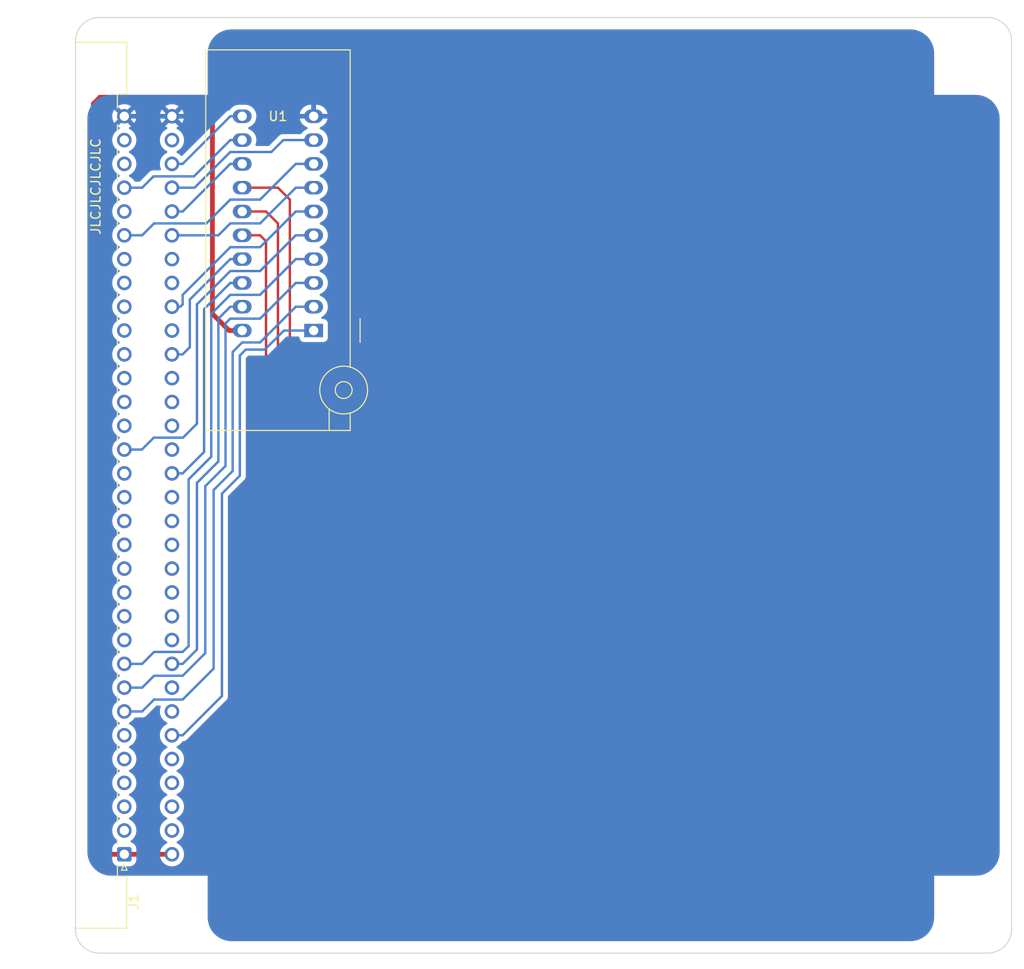
<source format=kicad_pcb>
(kicad_pcb (version 20221018) (generator pcbnew)
  (title_block (title "Minimalist Europe Card Bus (MECB) Board Template") (date "2023-01") (rev "1.1") (company "DigicoolThings.com") (comment 1 "For Minimalist Europe Card Bus (MECB).") (comment 2 "U1 PLD positioning provides for ZIF socket, otherwise change footprint to standard DIP 20.") (comment 3 "Includes a standardised 3 chip-select output PLD Address Decoder. ") (comment 4 "Schematic & standardised PCB outline Templates for creating MECB boards."))
  (layers (0 "F.Cu" signal) (31 "B.Cu" signal) (34 "B.Paste" user) (35 "F.Paste" user) (36 "B.SilkS" user "B.Silkscreen") (37 "F.SilkS" user "F.Silkscreen") (38 "B.Mask" user) (39 "F.Mask" user) (44 "Edge.Cuts" user))
  (net 0 "")
  (net 1 "GND")
  (net 2 "+5V")
  (net 3 "ECB_RESET")
  (net 4 "ECB_MREQ")
  (net 5 "ECB_CLK")
  (net 6 "/ECB_D5")
  (net 7 "/ECB_D6")
  (net 8 "ECB_RD")
  (net 9 "ECB_WR")
  (net 10 "ECB_INT")
  (net 11 "/ECB_D3")
  (net 12 "/ECB_D4")
  (net 13 "/ECB_A2")
  (net 14 "/ECB_A4")
  (net 15 "/ECB_A5")
  (net 16 "/ECB_A6")
  (net 17 "/ECB_A14")
  (net 18 "/ECB_A13")
  (net 19 "/ECB_A9")
  (net 20 "ECB_IORQ")
  (net 21 "/ECB_D0")
  (net 22 "/ECB_D7")
  (net 23 "/ECB_D2")
  (net 24 "/ECB_A0")
  (net 25 "/ECB_A3")
  (net 26 "/ECB_A1")
  (net 27 "/ECB_A8")
  (net 28 "/ECB_A7")
  (net 29 "CS0")
  (net 30 "CS1")
  (net 31 "CS2")
  (net 32 "/ECB_D1")
  (net 50 "/ECB_A11")
  (net 52 "/ECB_A10")
  (net 53 "ECB_NMI")
  (net 60 "/ECB_A12")
  (net 62 "/ECB_A15")
  (footprint "MountingHole:MountingHole_3.2mm_M3" (layer "F.Cu") (at 192.532 50.419)
    (fp_text reference "H1" hide)
    (fp_text value "MountingHole")
    (pad "" np_thru_hole circle (at 0 0) (size 3.2 3.2) (drill 3.2) (layers "*.Cu" "*.Mask"))
  )
  (footprint "MountingHole:MountingHole_3.2mm_M3" (layer "F.Cu") (at 192.532 142.621)
    (fp_text reference "H2" hide)
    (fp_text value "MountingHole")
    (pad "" np_thru_hole circle (at 0 0) (size 3.2 3.2) (drill 3.2) (layers "*.Cu" "*.Mask"))
  )
  (footprint "Socket:DIP_Socket-20_W4.3_W5.08_W7.62_W10.16_W10.9_3M_220-3342-00-0602J" (layer "F.Cu") (at 121.92 80.01 180)
    (fp_text reference "U1" (at 3.81 22.86) (layer "F.SilkS"))
    (fp_text value "ATF16V8")
    (fp_line (start -4.95 1.27) (end -4.95 -1.27) (stroke (width 0.12)) (layer "F.SilkS"))
    (fp_line (start -3.89 -10.66) (end -3.89 -8.8) (stroke (width 0.12)) (layer "F.SilkS"))
    (fp_line (start -3.89 -3.9) (end -3.89 29.94) (stroke (width 0.12)) (layer "F.SilkS"))
    (fp_line (start -3.89 29.94) (end 11.51 29.94) (stroke (width 0.12)) (layer "F.SilkS"))
    (fp_line (start -1.65 -10.66) (end -1.65 -8.4) (stroke (width 0.12)) (layer "F.SilkS"))
    (fp_line (start 11.51 -10.66) (end -3.89 -10.66) (stroke (width 0.12)) (layer "F.SilkS"))
    (fp_line (start 11.51 29.94) (end 11.51 -10.66) (stroke (width 0.12)) (layer "F.SilkS"))
    (fp_circle (center -3.2 -6.35) (end -2.3 -6.35) (stroke (width 0.12)) (fill none) (layer "F.SilkS"))
    (fp_circle (center -3.2 -6.35) (end -0.65 -6.35) (stroke (width 0.12)) (fill none) (layer "F.SilkS"))
    (pad "1" thru_hole rect (at 0 0 180) (size 2 1.44) (drill 1) (layers "*.Cu" "*.Mask") (net 25 "/ECB_A3"))
    (pad "2" thru_hole oval (at 0 2.54 180) (size 2 1.44) (drill 1) (layers "*.Cu" "*.Mask") (net 14 "/ECB_A4"))
    (pad "3" thru_hole oval (at 0 5.08 180) (size 2 1.44) (drill 1) (layers "*.Cu" "*.Mask") (net 15 "/ECB_A5"))
    (pad "4" thru_hole oval (at 0 7.62 180) (size 2 1.44) (drill 1) (layers "*.Cu" "*.Mask") (net 16 "/ECB_A6"))
    (pad "5" thru_hole oval (at 0 10.16 180) (size 2 1.44) (drill 1) (layers "*.Cu" "*.Mask") (net 17 "/ECB_A14"))
    (pad "6" thru_hole oval (at 0 12.7 180) (size 2 1.44) (drill 1) (layers "*.Cu" "*.Mask") (net 8 "ECB_RD"))
    (pad "7" thru_hole oval (at 0 15.24 180) (size 2 1.44) (drill 1) (layers "*.Cu" "*.Mask") (net 60 "/ECB_A12"))
    (pad "8" thru_hole oval (at 0 17.78 180) (size 2 1.44) (drill 1) (layers "*.Cu" "*.Mask") (net 20 "ECB_IORQ"))
    (pad "9" thru_hole oval (at 0 20.32 180) (size 2 1.44) (drill 1) (layers "*.Cu" "*.Mask") (net 5 "ECB_CLK"))
    (pad "10" thru_hole oval (at 0 22.86 180) (size 2 1.44) (drill 1) (layers "*.Cu" "*.Mask") (net 1 "GND"))
    (pad "11" thru_hole oval (at 7.62 22.86 180) (size 2 1.44) (drill 1) (layers "*.Cu" "*.Mask") (net 4 "ECB_MREQ"))
    (pad "12" thru_hole oval (at 7.62 20.32 180) (size 2 1.44) (drill 1) (layers "*.Cu" "*.Mask") (net 18 "/ECB_A13"))
    (pad "13" thru_hole oval (at 7.62 17.78 180) (size 2 1.44) (drill 1) (layers "*.Cu" "*.Mask") (net 62 "/ECB_A15"))
    (pad "14" thru_hole oval (at 7.62 15.24 180) (size 2 1.44) (drill 1) (layers "*.Cu" "*.Mask") (net 29 "CS0"))
    (pad "15" thru_hole oval (at 7.62 12.7 180) (size 2 1.44) (drill 1) (layers "*.Cu" "*.Mask") (net 30 "CS1"))
    (pad "16" thru_hole oval (at 7.62 10.16 180) (size 2 1.44) (drill 1) (layers "*.Cu" "*.Mask") (net 31 "CS2"))
    (pad "17" thru_hole oval (at 7.62 7.62 180) (size 2 1.44) (drill 1) (layers "*.Cu" "*.Mask") (net 9 "ECB_WR"))
    (pad "18" thru_hole oval (at 7.62 5.08 180) (size 2 1.44) (drill 1) (layers "*.Cu" "*.Mask") (net 50 "/ECB_A11"))
    (pad "19" thru_hole oval (at 7.62 2.54 180) (size 2 1.44) (drill 1) (layers "*.Cu" "*.Mask") (net 28 "/ECB_A7"))
    (pad "20" thru_hole oval (at 7.62 0 180) (size 2 1.44) (drill 1) (layers "*.Cu" "*.Mask") (net 2 "+5V"))
  )
  (footprint "MountingHole:MountingHole_3.2mm_M3" (layer "F.Cu") (at 106.172 50.419)
    (fp_text reference "H3" hide)
    (fp_text value "MountingHole")
    (pad "" np_thru_hole circle (at 0 0) (size 3.2 3.2) (drill 3.2) (layers "*.Cu" "*.Mask"))
  )
  (footprint "MountingHole:MountingHole_3.2mm_M3" (layer "F.Cu") (at 106.172 142.621)
    (fp_text reference "H4" hide)
    (fp_text value "MountingHole")
    (pad "" np_thru_hole circle (at 0 0) (size 3.2 3.2) (drill 3.2) (layers "*.Cu" "*.Mask"))
  )
  (footprint "MyCustomFootprintLibrary:DIN41612_C_2x32_C64AC_Male_Horizontal_THT" (layer "F.Cu") (at 101.727 135.89 90)
    (fp_text reference "J1" (at -5.08 1 90) (layer "F.SilkS"))
    (fp_text value "MECB_64AC")
    (fp_line (start -7.89 -5.3) (end -7.89 0.26) (stroke (width 0.12)) (layer "F.SilkS"))
    (fp_line (start -7.89 0.26) (end -2.37 0.26) (stroke (width 0.12)) (layer "F.SilkS"))
    (fp_line (start -2.371 -0.74) (end -1.095 -0.74) (stroke (width 0.12)) (layer "F.SilkS"))
    (fp_line (start -2.37 0.26) (end -2.37 -0.74) (stroke (width 0.12)) (layer "F.SilkS"))
    (fp_line (start -1.695 -0.3) (end -1.695 0.3) (stroke (width 0.12)) (layer "F.SilkS"))
    (fp_line (start -1.695 0.3) (end -1.095 0) (stroke (width 0.12)) (layer "F.SilkS"))
    (fp_line (start -1.095 0) (end -1.695 -0.3) (stroke (width 0.12)) (layer "F.SilkS"))
    (fp_line (start 1.095 -0.74) (end 1.671 -0.74) (stroke (width 0.12)) (layer "F.SilkS"))
    (fp_line (start 3.41 -0.74) (end 4.211 -0.74) (stroke (width 0.12)) (layer "F.SilkS"))
    (fp_line (start 5.95 -0.74) (end 6.751 -0.74) (stroke (width 0.12)) (layer "F.SilkS"))
    (fp_line (start 8.49 -0.74) (end 9.291 -0.74) (stroke (width 0.12)) (layer "F.SilkS"))
    (fp_line (start 11.03 -0.74) (end 11.831 -0.74) (stroke (width 0.12)) (layer "F.SilkS"))
    (fp_line (start 13.57 -0.74) (end 14.371 -0.74) (stroke (width 0.12)) (layer "F.SilkS"))
    (fp_line (start 16.11 -0.74) (end 16.911 -0.74) (stroke (width 0.12)) (layer "F.SilkS"))
    (fp_line (start 18.65 -0.74) (end 19.451 -0.74) (stroke (width 0.12)) (layer "F.SilkS"))
    (fp_line (start 21.19 -0.74) (end 21.991 -0.74) (stroke (width 0.12)) (layer "F.SilkS"))
    (fp_line (start 23.73 -0.74) (end 24.531 -0.74) (stroke (width 0.12)) (layer "F.SilkS"))
    (fp_line (start 26.27 -0.74) (end 27.071 -0.74) (stroke (width 0.12)) (layer "F.SilkS"))
    (fp_line (start 28.81 -0.74) (end 29.611 -0.74) (stroke (width 0.12)) (layer "F.SilkS"))
    (fp_line (start 31.35 -0.74) (end 32.151 -0.74) (stroke (width 0.12)) (layer "F.SilkS"))
    (fp_line (start 33.89 -0.74) (end 34.691 -0.74) (stroke (width 0.12)) (layer "F.SilkS"))
    (fp_line (start 36.43 -0.74) (end 37.231 -0.74) (stroke (width 0.12)) (layer "F.SilkS"))
    (fp_line (start 38.97 -0.74) (end 39.771 -0.74) (stroke (width 0.12)) (layer "F.SilkS"))
    (fp_line (start 41.51 -0.74) (end 42.311 -0.74) (stroke (width 0.12)) (layer "F.SilkS"))
    (fp_line (start 44.05 -0.74) (end 44.851 -0.74) (stroke (width 0.12)) (layer "F.SilkS"))
    (fp_line (start 46.59 -0.74) (end 47.391 -0.74) (stroke (width 0.12)) (layer "F.SilkS"))
    (fp_line (start 49.13 -0.74) (end 49.931 -0.74) (stroke (width 0.12)) (layer "F.SilkS"))
    (fp_line (start 51.67 -0.74) (end 52.471 -0.74) (stroke (width 0.12)) (layer "F.SilkS"))
    (fp_line (start 54.21 -0.74) (end 55.011 -0.74) (stroke (width 0.12)) (layer "F.SilkS"))
    (fp_line (start 56.75 -0.74) (end 57.551 -0.74) (stroke (width 0.12)) (layer "F.SilkS"))
    (fp_line (start 59.29 -0.74) (end 60.091 -0.74) (stroke (width 0.12)) (layer "F.SilkS"))
    (fp_line (start 61.83 -0.74) (end 62.631 -0.74) (stroke (width 0.12)) (layer "F.SilkS"))
    (fp_line (start 64.37 -0.74) (end 65.171 -0.74) (stroke (width 0.12)) (layer "F.SilkS"))
    (fp_line (start 66.91 -0.74) (end 67.711 -0.74) (stroke (width 0.12)) (layer "F.SilkS"))
    (fp_line (start 69.45 -0.74) (end 70.251 -0.74) (stroke (width 0.12)) (layer "F.SilkS"))
    (fp_line (start 71.99 -0.74) (end 72.791 -0.74) (stroke (width 0.12)) (layer "F.SilkS"))
    (fp_line (start 74.53 -0.74) (end 75.331 -0.74) (stroke (width 0.12)) (layer "F.SilkS"))
    (fp_line (start 77.07 -0.74) (end 77.871 -0.74) (stroke (width 0.12)) (layer "F.SilkS"))
    (fp_line (start 79.61 -0.74) (end 81.11 -0.74) (stroke (width 0.12)) (layer "F.SilkS"))
    (fp_line (start 81.11 0.26) (end 81.11 -0.74) (stroke (width 0.12)) (layer "F.SilkS"))
    (fp_line (start 86.63 -5.3) (end 86.63 0.26) (stroke (width 0.12)) (layer "F.SilkS"))
    (fp_line (start 86.63 0.26) (end 81.11 0.26) (stroke (width 0.12)) (layer "F.SilkS"))
    (pad "" np_thru_hole circle (at -5.08 -2.54 90) (size 2.85 2.85) (drill 2.85) (layers "*.Cu" "*.Mask"))
    (pad "" np_thru_hole circle (at 83.82 -2.54 90) (size 2.85 2.85) (drill 2.85) (layers "*.Cu" "*.Mask"))
    (pad "A1" thru_hole roundrect (at 0 0 90) (size 1.55 1.55) (drill 1) (layers "*.Cu" "*.Mask") (roundrect_rratio 0.161) (net 2 "+5V"))
    (pad "A2" thru_hole circle (at 2.54 0 90) (size 1.55 1.55) (drill 1) (layers "*.Cu" "*.Mask") (net 6 "/ECB_D5"))
    (pad "A3" thru_hole circle (at 5.08 0 90) (size 1.55 1.55) (drill 1) (layers "*.Cu" "*.Mask") (net 7 "/ECB_D6"))
    (pad "A4" thru_hole circle (at 7.62 0 90) (size 1.55 1.55) (drill 1) (layers "*.Cu" "*.Mask") (net 11 "/ECB_D3"))
    (pad "A5" thru_hole circle (at 10.16 0 90) (size 1.55 1.55) (drill 1) (layers "*.Cu" "*.Mask") (net 12 "/ECB_D4"))
    (pad "A6" thru_hole circle (at 12.7 0 90) (size 1.55 1.55) (drill 1) (layers "*.Cu" "*.Mask") (net 13 "/ECB_A2"))
    (pad "A7" thru_hole circle (at 15.24 0 90) (size 1.55 1.55) (drill 1) (layers "*.Cu" "*.Mask") (net 14 "/ECB_A4"))
    (pad "A8" thru_hole circle (at 17.78 0 90) (size 1.55 1.55) (drill 1) (layers "*.Cu" "*.Mask") (net 15 "/ECB_A5"))
    (pad "A9" thru_hole circle (at 20.32 0 90) (size 1.55 1.55) (drill 1) (layers "*.Cu" "*.Mask") (net 16 "/ECB_A6"))
    (pad "A10" thru_hole circle (at 22.86 0 90) (size 1.55 1.55) (drill 1) (layers "*.Cu" "*.Mask"))
    (pad "A11" thru_hole circle (at 25.4 0 90) (size 1.55 1.55) (drill 1) (layers "*.Cu" "*.Mask"))
    (pad "A12" thru_hole circle (at 27.94 0 90) (size 1.55 1.55) (drill 1) (layers "*.Cu" "*.Mask"))
    (pad "A13" thru_hole circle (at 30.48 0 90) (size 1.55 1.55) (drill 1) (layers "*.Cu" "*.Mask"))
    (pad "A14" thru_hole circle (at 33.02 0 90) (size 1.55 1.55) (drill 1) (layers "*.Cu" "*.Mask"))
    (pad "A15" thru_hole circle (at 35.56 0 90) (size 1.55 1.55) (drill 1) (layers "*.Cu" "*.Mask"))
    (pad "A16" thru_hole circle (at 38.1 0 90) (size 1.55 1.55) (drill 1) (layers "*.Cu" "*.Mask"))
    (pad "A17" thru_hole circle (at 40.64 0 90) (size 1.55 1.55) (drill 1) (layers "*.Cu" "*.Mask"))
    (pad "A18" thru_hole circle (at 43.18 0 90) (size 1.55 1.55) (drill 1) (layers "*.Cu" "*.Mask") (net 17 "/ECB_A14"))
    (pad "A19" thru_hole circle (at 45.72 0 90) (size 1.55 1.55) (drill 1) (layers "*.Cu" "*.Mask"))
    (pad "A20" thru_hole circle (at 48.26 0 90) (size 1.55 1.55) (drill 1) (layers "*.Cu" "*.Mask"))
    (pad "A21" thru_hole circle (at 50.8 0 90) (size 1.55 1.55) (drill 1) (layers "*.Cu" "*.Mask"))
    (pad "A22" thru_hole circle (at 53.34 0 90) (size 1.55 1.55) (drill 1) (layers "*.Cu" "*.Mask"))
    (pad "A23" thru_hole circle (at 55.88 0 90) (size 1.55 1.55) (drill 1) (layers "*.Cu" "*.Mask"))
    (pad "A24" thru_hole circle (at 58.42 0 90) (size 1.55 1.55) (drill 1) (layers "*.Cu" "*.Mask"))
    (pad "A25" thru_hole circle (at 60.96 0 90) (size 1.55 1.55) (drill 1) (layers "*.Cu" "*.Mask"))
    (pad "A26" thru_hole circle (at 63.5 0 90) (size 1.55 1.55) (drill 1) (layers "*.Cu" "*.Mask"))
    (pad "A27" thru_hole circle (at 66.04 0 90) (size 1.55 1.55) (drill 1) (layers "*.Cu" "*.Mask") (net 20 "ECB_IORQ"))
    (pad "A28" thru_hole circle (at 68.58 0 90) (size 1.55 1.55) (drill 1) (layers "*.Cu" "*.Mask"))
    (pad "A29" thru_hole circle (at 71.12 0 90) (size 1.55 1.55) (drill 1) (layers "*.Cu" "*.Mask") (net 18 "/ECB_A13"))
    (pad "A30" thru_hole circle (at 73.66 0 90) (size 1.55 1.55) (drill 1) (layers "*.Cu" "*.Mask") (net 19 "/ECB_A9"))
    (pad "A31" thru_hole circle (at 76.2 0 90) (size 1.55 1.55) (drill 1) (layers "*.Cu" "*.Mask"))
    (pad "A32" thru_hole circle (at 78.74 0 90) (size 1.55 1.55) (drill 1) (layers "*.Cu" "*.Mask") (net 1 "GND"))
    (pad "C1" thru_hole circle (at 0 5.08 90) (size 1.55 1.55) (drill 1) (layers "*.Cu" "*.Mask") (net 2 "+5V"))
    (pad "C2" thru_hole circle (at 2.54 5.08 90) (size 1.55 1.55) (drill 1) (layers "*.Cu" "*.Mask") (net 21 "/ECB_D0"))
    (pad "C3" thru_hole circle (at 5.08 5.08 90) (size 1.55 1.55) (drill 1) (layers "*.Cu" "*.Mask") (net 22 "/ECB_D7"))
    (pad "C4" thru_hole circle (at 7.62 5.08 90) (size 1.55 1.55) (drill 1) (layers "*.Cu" "*.Mask") (net 23 "/ECB_D2"))
    (pad "C5" thru_hole circle (at 10.16 5.08 90) (size 1.55 1.55) (drill 1) (layers "*.Cu" "*.Mask") (net 24 "/ECB_A0"))
    (pad "C6" thru_hole circle (at 12.7 5.08 90) (size 1.55 1.55) (drill 1) (layers "*.Cu" "*.Mask") (net 25 "/ECB_A3"))
    (pad "C7" thru_hole circle (at 15.24 5.08 90) (size 1.55 1.55) (drill 1) (layers "*.Cu" "*.Mask") (net 26 "/ECB_A1"))
    (pad "C8" thru_hole circle (at 17.78 5.08 90) (size 1.55 1.55) (drill 1) (layers "*.Cu" "*.Mask") (net 27 "/ECB_A8"))
    (pad "C9" thru_hole circle (at 20.32 5.08 90) (size 1.55 1.55) (drill 1) (layers "*.Cu" "*.Mask") (net 28 "/ECB_A7"))
    (pad "C10" thru_hole circle (at 22.86 5.08 90) (size 1.55 1.55) (drill 1) (layers "*.Cu" "*.Mask"))
    (pad "C11" thru_hole circle (at 25.4 5.08 90) (size 1.55 1.55) (drill 1) (layers "*.Cu" "*.Mask"))
    (pad "C12" thru_hole circle (at 27.94 5.08 90) (size 1.55 1.55) (drill 1) (layers "*.Cu" "*.Mask"))
    (pad "C13" thru_hole circle (at 30.48 5.08 90) (size 1.55 1.55) (drill 1) (layers "*.Cu" "*.Mask"))
    (pad "C14" thru_hole circle (at 33.02 5.08 90) (size 1.55 1.55) (drill 1) (layers "*.Cu" "*.Mask") (net 32 "/ECB_D1"))
    (pad "C15" thru_hole circle (at 35.56 5.08 90) (size 1.55 1.55) (drill 1) (layers "*.Cu" "*.Mask"))
    (pad "C16" thru_hole circle (at 38.1 5.08 90) (size 1.55 1.55) (drill 1) (layers "*.Cu" "*.Mask"))
    (pad "C17" thru_hole circle (at 40.64 5.08 90) (size 1.55 1.55) (drill 1) (layers "*.Cu" "*.Mask") (net 50 "/ECB_A11"))
    (pad "C18" thru_hole circle (at 43.18 5.08 90) (size 1.55 1.55) (drill 1) (layers "*.Cu" "*.Mask") (net 52 "/ECB_A10"))
    (pad "C19" thru_hole circle (at 45.72 5.08 90) (size 1.55 1.55) (drill 1) (layers "*.Cu" "*.Mask"))
    (pad "C20" thru_hole circle (at 48.26 5.08 90) (size 1.55 1.55) (drill 1) (layers "*.Cu" "*.Mask") (net 53 "ECB_NMI"))
    (pad "C21" thru_hole circle (at 50.8 5.08 90) (size 1.55 1.55) (drill 1) (layers "*.Cu" "*.Mask") (net 10 "ECB_INT"))
    (pad "C22" thru_hole circle (at 53.34 5.08 90) (size 1.55 1.55) (drill 1) (layers "*.Cu" "*.Mask") (net 9 "ECB_WR"))
    (pad "C23" thru_hole circle (at 55.88 5.08 90) (size 1.55 1.55) (drill 1) (layers "*.Cu" "*.Mask"))
    (pad "C24" thru_hole circle (at 58.42 5.08 90) (size 1.55 1.55) (drill 1) (layers "*.Cu" "*.Mask") (net 8 "ECB_RD"))
    (pad "C25" thru_hole circle (at 60.96 5.08 90) (size 1.55 1.55) (drill 1) (layers "*.Cu" "*.Mask"))
    (pad "C26" thru_hole circle (at 63.5 5.08 90) (size 1.55 1.55) (drill 1) (layers "*.Cu" "*.Mask"))
    (pad "C27" thru_hole circle (at 66.04 5.08 90) (size 1.55 1.55) (drill 1) (layers "*.Cu" "*.Mask") (net 60 "/ECB_A12"))
    (pad "C28" thru_hole circle (at 68.58 5.08 90) (size 1.55 1.55) (drill 1) (layers "*.Cu" "*.Mask") (net 62 "/ECB_A15"))
    (pad "C29" thru_hole circle (at 71.12 5.08 90) (size 1.55 1.55) (drill 1) (layers "*.Cu" "*.Mask") (net 5 "ECB_CLK"))
    (pad "C30" thru_hole circle (at 73.66 5.08 90) (size 1.55 1.55) (drill 1) (layers "*.Cu" "*.Mask") (net 4 "ECB_MREQ"))
    (pad "C31" thru_hole circle (at 76.2 5.08 90) (size 1.55 1.55) (drill 1) (layers "*.Cu" "*.Mask") (net 3 "ECB_RESET"))
    (pad "C32" thru_hole circle (at 78.74 5.08 90) (size 1.55 1.55) (drill 1) (layers "*.Cu" "*.Mask") (net 1 "GND"))
  )
  (gr_arc (start 196.342 143.891) (mid 195.598051 145.687051) (end 193.802 146.431) (stroke (width 0.1)) (layer "Edge.Cuts"))
  (gr_line (start 193.802 46.609) (end 99.06 46.609) (stroke (width 0.1)) (layer "Edge.Cuts"))
  (gr_arc (start 193.802 46.609) (mid 195.598051 47.352949) (end 196.342 49.149) (stroke (width 0.1)) (layer "Edge.Cuts"))
  (gr_line (start 196.342 143.891) (end 196.342 49.149) (stroke (width 0.1)) (layer "Edge.Cuts"))
  (gr_line (start 99.06 146.431) (end 193.802 146.431) (stroke (width 0.1)) (layer "Edge.Cuts"))
  (gr_arc (start 96.52 49.149) (mid 97.263949 47.352949) (end 99.06 46.609) (stroke (width 0.1)) (layer "Edge.Cuts"))
  (gr_line (start 96.52 49.149) (end 96.52 143.891) (stroke (width 0.1)) (layer "Edge.Cuts"))
  (gr_arc (start 99.06 146.431) (mid 97.263949 145.687051) (end 96.52 143.891) (stroke (width 0.1)) (layer "Edge.Cuts"))
  (gr_text "JLCJLCJLCJLC" (at 98.679 64.643 90) (layer "F.SilkS") (effects (font (size 1 1))))
  (segment (start 101.727 57.15) (end 106.807 57.15) (width 0.508) (layer "B.Cu") (net 1))
  (segment (start 121.92 55.245) (end 121.92 57.15) (width 0.508) (layer "B.Cu") (net 1))
  (segment (start 110.49 57.15) (end 113.03 54.61) (width 0.508) (layer "B.Cu") (net 1))
  (segment (start 121.285 54.61) (end 121.92 55.245) (width 0.508) (layer "B.Cu") (net 1))
  (segment (start 113.03 54.61) (end 121.285 54.61) (width 0.508) (layer "B.Cu") (net 1))
  (segment (start 106.807 57.15) (end 110.49 57.15) (width 0.508) (layer "B.Cu") (net 1))
  (segment (start 106.807 135.89) (end 101.727 135.89) (width 0.508) (layer "F.Cu") (net 2))
  (segment (start 99.1235 55.118) (end 98.425 55.8165) (width 0.508) (layer "F.Cu") (net 2))
  (segment (start 112.903 80.01) (end 111.125 78.232) (width 0.508) (layer "F.Cu") (net 2))
  (segment (start 99.06 135.89) (end 101.727 135.89) (width 0.508) (layer "F.Cu") (net 2))
  (segment (start 111.125 78.232) (end 111.125 55.88) (width 0.508) (layer "F.Cu") (net 2))
  (segment (start 110.363 55.118) (end 99.1235 55.118) (width 0.508) (layer "F.Cu") (net 2))
  (segment (start 111.125 55.88) (end 110.363 55.118) (width 0.508) (layer "F.Cu") (net 2))
  (segment (start 98.425 55.8165) (end 98.425 135.255) (width 0.508) (layer "F.Cu") (net 2))
  (segment (start 114.3 80.01) (end 112.903 80.01) (width 0.508) (layer "F.Cu") (net 2))
  (segment (start 98.425 135.255) (end 99.06 135.89) (width 0.508) (layer "F.Cu") (net 2))
  (segment (start 107.95 62.23) (end 106.807 62.23) (width 0.254) (layer "B.Cu") (net 4))
  (segment (start 114.3 57.15) (end 113.03 57.15) (width 0.254) (layer "B.Cu") (net 4))
  (segment (start 113.03 57.15) (end 107.95 62.23) (width 0.254) (layer "B.Cu") (net 4))
  (segment (start 113.03 60.96) (end 109.22 64.77) (width 0.254) (layer "B.Cu") (net 5))
  (segment (start 117.4115 60.96) (end 113.03 60.96) (width 0.254) (layer "B.Cu") (net 5))
  (segment (start 109.22 64.77) (end 106.807 64.77) (width 0.254) (layer "B.Cu") (net 5))
  (segment (start 121.92 59.69) (end 118.6815 59.69) (width 0.254) (layer "B.Cu") (net 5))
  (segment (start 118.6815 59.69) (end 117.4115 60.96) (width 0.254) (layer "B.Cu") (net 5))
  (segment (start 116.205 71.12) (end 113.03 71.12) (width 0.254) (layer "B.Cu") (net 8))
  (segment (start 107.95 77.216) (end 107.696 77.47) (width 0.254) (layer "B.Cu") (net 8))
  (segment (start 107.696 77.47) (end 106.807 77.47) (width 0.254) (layer "B.Cu") (net 8))
  (segment (start 120.015 67.31) (end 116.205 71.12) (width 0.254) (layer "B.Cu") (net 8))
  (segment (start 107.95 76.2) (end 107.95 77.216) (width 0.254) (layer "B.Cu") (net 8))
  (segment (start 113.03 71.12) (end 107.95 76.2) (width 0.254) (layer "B.Cu") (net 8))
  (segment (start 121.92 67.31) (end 120.015 67.31) (width 0.254) (layer "B.Cu") (net 8))
  (segment (start 113.03 72.39) (end 108.712 76.708) (width 0.254) (layer "B.Cu") (net 9))
  (segment (start 108.712 81.788) (end 107.95 82.55) (width 0.254) (layer "B.Cu") (net 9))
  (segment (start 107.95 82.55) (end 106.807 82.55) (width 0.254) (layer "B.Cu") (net 9))
  (segment (start 108.712 76.708) (end 108.712 81.788) (width 0.254) (layer "B.Cu") (net 9))
  (segment (start 114.3 72.39) (end 113.03 72.39) (width 0.254) (layer "B.Cu") (net 9))
  (segment (start 104.902 119.38) (end 103.632 120.65) (width 0.254) (layer "B.Cu") (net 14))
  (segment (start 113.284 82.296) (end 113.284 94.996) (width 0.254) (layer "B.Cu") (net 14))
  (segment (start 113.284 94.996) (end 111.252 97.028) (width 0.254) (layer "B.Cu") (net 14))
  (segment (start 107.95 119.38) (end 104.902 119.38) (width 0.254) (layer "B.Cu") (net 14))
  (segment (start 120.015 77.47) (end 116.205 81.28) (width 0.254) (layer "B.Cu") (net 14))
  (segment (start 114.3 81.28) (end 113.284 82.296) (width 0.254) (layer "B.Cu") (net 14))
  (segment (start 111.252 116.078) (end 107.95 119.38) (width 0.254) (layer "B.Cu") (net 14))
  (segment (start 111.252 97.028) (end 111.252 116.078) (width 0.254) (layer "B.Cu") (net 14))
  (segment (start 103.632 120.65) (end 101.727 120.65) (width 0.254) (layer "B.Cu") (net 14))
  (segment (start 116.205 81.28) (end 114.3 81.28) (width 0.254) (layer "B.Cu") (net 14))
  (segment (start 121.92 77.47) (end 120.015 77.47) (width 0.254) (layer "B.Cu") (net 14))
  (segment (start 101.727 118.11) (end 103.632 118.11) (width 0.254) (layer "B.Cu") (net 15))
  (segment (start 112.522 79.248) (end 113.03 78.74) (width 0.254) (layer "B.Cu") (net 15))
  (segment (start 113.03 78.74) (end 116.205 78.74) (width 0.254) (layer "B.Cu") (net 15))
  (segment (start 120.015 74.93) (end 121.92 74.93) (width 0.254) (layer "B.Cu") (net 15))
  (segment (start 116.205 78.74) (end 120.015 74.93) (width 0.254) (layer "B.Cu") (net 15))
  (segment (start 104.902 116.84) (end 107.95 116.84) (width 0.254) (layer "B.Cu") (net 15))
  (segment (start 110.363 114.427) (end 110.363 96.61525) (width 0.254) (layer "B.Cu") (net 15))
  (segment (start 110.363 96.61525) (end 112.522 94.45625) (width 0.254) (layer "B.Cu") (net 15))
  (segment (start 107.95 116.84) (end 110.363 114.427) (width 0.254) (layer "B.Cu") (net 15))
  (segment (start 103.632 118.11) (end 104.902 116.84) (width 0.254) (layer "B.Cu") (net 15))
  (segment (start 112.522 94.45625) (end 112.522 79.248) (width 0.254) (layer "B.Cu") (net 15))
  (segment (start 108.585 113.665) (end 108.585 95.885) (width 0.254) (layer "B.Cu") (net 16))
  (segment (start 101.727 115.57) (end 103.632 115.57) (width 0.254) (layer "B.Cu") (net 16))
  (segment (start 104.902 114.3) (end 107.95 114.3) (width 0.254) (layer "B.Cu") (net 16))
  (segment (start 120.015 72.39) (end 121.92 72.39) (width 0.254) (layer "B.Cu") (net 16))
  (segment (start 110.998 93.472) (end 110.998 78.232) (width 0.254) (layer "B.Cu") (net 16))
  (segment (start 107.95 114.3) (end 108.585 113.665) (width 0.254) (layer "B.Cu") (net 16))
  (segment (start 113.03 76.2) (end 116.205 76.2) (width 0.254) (layer "B.Cu") (net 16))
  (segment (start 110.998 78.232) (end 113.03 76.2) (width 0.254) (layer "B.Cu") (net 16))
  (segment (start 108.585 95.885) (end 110.998 93.472) (width 0.254) (layer "B.Cu") (net 16))
  (segment (start 103.632 115.57) (end 104.902 114.3) (width 0.254) (layer "B.Cu") (net 16))
  (segment (start 116.205 76.2) (end 120.015 72.39) (width 0.254) (layer "B.Cu") (net 16))
  (segment (start 121.92 69.85) (end 120.015 69.85) (width 0.254) (layer "B.Cu") (net 17))
  (segment (start 103.60025 92.71) (end 101.727 92.71) (width 0.254) (layer "B.Cu") (net 17))
  (segment (start 116.205 73.66) (end 113.03 73.66) (width 0.254) (layer "B.Cu") (net 17))
  (segment (start 107.98175 91.44) (end 104.87025 91.44) (width 0.254) (layer "B.Cu") (net 17))
  (segment (start 104.87025 91.44) (end 103.60025 92.71) (width 0.254) (layer "B.Cu") (net 17))
  (segment (start 109.474 89.94775) (end 107.98175 91.44) (width 0.254) (layer "B.Cu") (net 17))
  (segment (start 120.015 69.85) (end 116.205 73.66) (width 0.254) (layer "B.Cu") (net 17))
  (segment (start 109.474 77.216) (end 109.474 89.94775) (width 0.254) (layer "B.Cu") (net 17))
  (segment (start 113.03 73.66) (end 109.474 77.216) (width 0.254) (layer "B.Cu") (net 17))
  (segment (start 103.632 64.77) (end 104.8405 63.5615) (width 0.254) (layer "B.Cu") (net 18))
  (segment (start 104.8405 63.5615) (end 109.1585 63.5615) (width 0.254) (layer "B.Cu") (net 18))
  (segment (start 113.03 59.69) (end 114.3 59.69) (width 0.254) (layer "B.Cu") (net 18))
  (segment (start 101.727 64.77) (end 103.632 64.77) (width 0.254) (layer "B.Cu") (net 18))
  (segment (start 109.1585 63.5615) (end 113.03 59.69) (width 0.254) (layer "B.Cu") (net 18))
  (segment (start 121.92 62.23) (end 120.015 62.23) (width 0.254) (layer "B.Cu") (net 20))
  (segment (start 110.49 68.58) (end 104.902 68.58) (width 0.254) (layer "B.Cu") (net 20))
  (segment (start 113.03 66.04) (end 110.49 68.58) (width 0.254) (layer "B.Cu") (net 20))
  (segment (start 116.205 66.04) (end 113.03 66.04) (width 0.254) (layer "B.Cu") (net 20))
  (segment (start 103.632 69.85) (end 101.727 69.85) (width 0.254) (layer "B.Cu") (net 20))
  (segment (start 104.902 68.58) (end 103.632 69.85) (width 0.254) (layer "B.Cu") (net 20))
  (segment (start 120.015 62.23) (end 116.205 66.04) (width 0.254) (layer "B.Cu") (net 20))
  (segment (start 114.046 95.504) (end 114.046 82.677) (width 0.254) (layer "B.Cu") (net 25))
  (segment (start 118.745 80.01) (end 121.92 80.01) (width 0.254) (layer "B.Cu") (net 25))
  (segment (start 112.141 118.999) (end 112.141 97.409) (width 0.254) (layer "B.Cu") (net 25))
  (segment (start 114.681 82.042) (end 116.713 82.042) (width 0.254) (layer "B.Cu") (net 25))
  (segment (start 106.807 123.19) (end 107.95 123.19) (width 0.254) (layer "B.Cu") (net 25))
  (segment (start 112.141 97.409) (end 114.046 95.504) (width 0.254) (layer "B.Cu") (net 25))
  (segment (start 116.713 82.042) (end 118.745 80.01) (width 0.254) (layer "B.Cu") (net 25))
  (segment (start 107.95 123.19) (end 112.141 118.999) (width 0.254) (layer "B.Cu") (net 25))
  (segment (start 114.046 82.677) (end 114.681 82.042) (width 0.254) (layer "B.Cu") (net 25))
  (segment (start 111.76 78.74) (end 113.03 77.47) (width 0.254) (layer "B.Cu") (net 28))
  (segment (start 109.474 96.266) (end 111.76 93.98) (width 0.254) (layer "B.Cu") (net 28))
  (segment (start 111.76 93.98) (end 111.76 78.74) (width 0.254) (layer "B.Cu") (net 28))
  (segment (start 106.807 115.57) (end 107.95 115.57) (width 0.254) (layer "B.Cu") (net 28))
  (segment (start 109.474 114.046) (end 109.474 96.266) (width 0.254) (layer "B.Cu") (net 28))
  (segment (start 107.95 115.57) (end 109.474 114.046) (width 0.254) (layer "B.Cu") (net 28))
  (segment (start 113.03 77.47) (end 114.3 77.47) (width 0.254) (layer "B.Cu") (net 28))
  (segment (start 119.38 66.04) (end 119.38 95.25) (width 0.254) (layer "F.Cu") (net 29))
  (segment (start 114.3 64.77) (end 118.11 64.77) (width 0.254) (layer "F.Cu") (net 29))
  (segment (start 118.11 64.77) (end 119.38 66.04) (width 0.254) (layer "F.Cu") (net 29))
  (segment (start 114.3 67.31) (end 116.84 67.31) (width 0.254) (layer "F.Cu") (net 30))
  (segment (start 118.11 68.58) (end 118.11 95.25) (width 0.254) (layer "F.Cu") (net 30))
  (segment (start 116.84 67.31) (end 118.11 68.58) (width 0.254) (layer "F.Cu") (net 30))
  (segment (start 116.84 70.485) (end 116.84 95.25) (width 0.254) (layer "F.Cu") (net 31))
  (segment (start 116.205 69.85) (end 116.84 70.485) (width 0.254) (layer "F.Cu") (net 31))
  (segment (start 114.3 69.85) (end 116.205 69.85) (width 0.254) (layer "F.Cu") (net 31))
  (segment (start 113.03 74.93) (end 110.236 77.724) (width 0.254) (layer "B.Cu") (net 50))
  (segment (start 114.3 74.93) (end 113.03 74.93) (width 0.254) (layer "B.Cu") (net 50))
  (segment (start 110.236 77.724) (end 110.236 92.964) (width 0.254) (layer "B.Cu") (net 50))
  (segment (start 107.95 95.25) (end 106.807 95.25) (width 0.254) (layer "B.Cu") (net 50))
  (segment (start 110.236 92.964) (end 107.95 95.25) (width 0.254) (layer "B.Cu") (net 50))
  (segment (start 116.205 68.58) (end 120.015 64.77) (width 0.254) (layer "B.Cu") (net 60))
  (segment (start 113.03 68.58) (end 116.205 68.58) (width 0.254) (layer "B.Cu") (net 60))
  (segment (start 106.807 69.85) (end 111.76 69.85) (width 0.254) (layer "B.Cu") (net 60))
  (segment (start 120.015 64.77) (end 121.92 64.77) (width 0.254) (layer "B.Cu") (net 60))
  (segment (start 111.76 69.85) (end 113.03 68.58) (width 0.254) (layer "B.Cu") (net 60))
  (segment (start 106.807 67.31) (end 107.95 67.31) (width 0.254) (layer "B.Cu") (net 62))
  (segment (start 107.95 67.31) (end 113.03 62.23) (width 0.254) (layer "B.Cu") (net 62))
  (segment (start 113.03 62.23) (end 114.3 62.23) (width 0.254) (layer "B.Cu") (net 62))
  (zone (net 1) (net_name "GND") (layer "B.Cu") (connect_pads (clearance 0.508)) (min_thickness 0.254) (fill yes (thermal_gap 0.508) (thermal_bridge_width 0.508) (smoothing fillet) (radius 2.54))
    (polygon (pts (xy 188.087 54.864) (xy 195.072 54.864) (xy 195.072 138.176) (xy 188.087 138.176) (xy 188.087 145.161) (xy 110.617 145.161) (xy 110.617 138.176) (xy 97.79 138.176) (xy 97.79 54.864) (xy 110.617 54.864) (xy 110.617 47.879) (xy 188.087 47.879)))
  )
)
</source>
